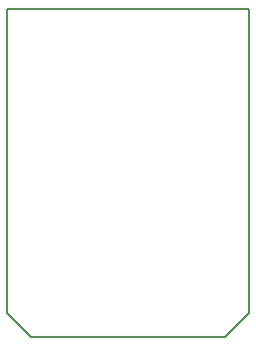
<source format=gm1>
G04 #@! TF.FileFunction,Profile,NP*
%FSLAX46Y46*%
G04 Gerber Fmt 4.6, Leading zero omitted, Abs format (unit mm)*
G04 Created by KiCad (PCBNEW 4.0.7-e2-6376~58~ubuntu17.04.1) date Tue Dec 26 12:58:55 2017*
%MOMM*%
%LPD*%
G01*
G04 APERTURE LIST*
%ADD10C,0.100000*%
%ADD11C,0.150000*%
G04 APERTURE END LIST*
D10*
D11*
X166500000Y-130000000D02*
X166500000Y-130750000D01*
X146000000Y-130000000D02*
X146000000Y-130750000D01*
X164500000Y-132750000D02*
X166500000Y-130750000D01*
X148000000Y-132750000D02*
X164500000Y-132750000D01*
X148000000Y-132750000D02*
X146000000Y-130750000D01*
X166500000Y-130000000D02*
X166500000Y-127500000D01*
X146000000Y-127500000D02*
X146000000Y-130000000D01*
X146000000Y-127500000D02*
X146000000Y-105000000D01*
X166500000Y-105000000D02*
X166500000Y-127500000D01*
X146000000Y-105000000D02*
X166500000Y-105000000D01*
M02*

</source>
